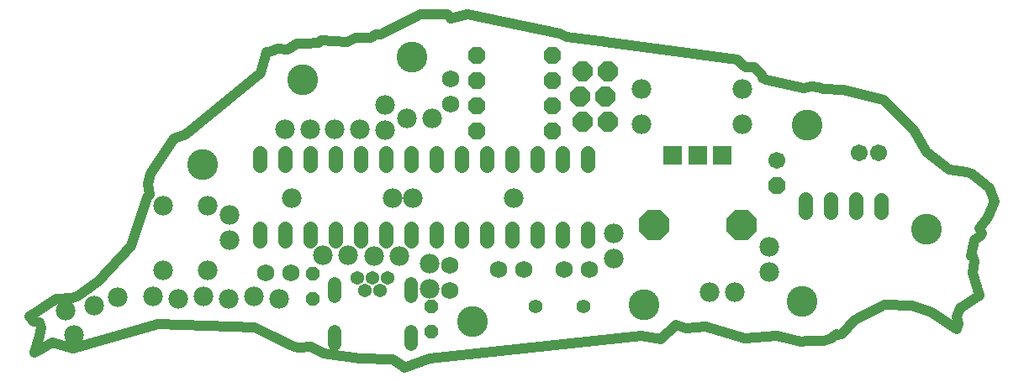
<source format=gbs>
G75*
%MOIN*%
%OFA0B0*%
%FSLAX25Y25*%
%IPPOS*%
%LPD*%
%AMOC8*
5,1,8,0,0,1.08239X$1,22.5*
%
%ADD10C,0.03937*%
%ADD11C,0.06900*%
%ADD12OC8,0.07800*%
%ADD13C,0.07800*%
%ADD14C,0.05600*%
%ADD15C,0.05600*%
%ADD16C,0.12211*%
%ADD17R,0.07800X0.07800*%
%ADD18OC8,0.12211*%
%ADD19OC8,0.06700*%
%ADD20C,0.06699*%
%ADD21C,0.06700*%
%ADD22OC8,0.05600*%
%ADD23C,0.05400*%
%ADD24C,0.05400*%
D10*
X0008771Y0034515D02*
X0012395Y0036356D01*
X0015808Y0038479D01*
X0024233Y0036008D01*
X0057872Y0045942D01*
X0096039Y0044369D01*
X0102228Y0041358D01*
X0111939Y0036882D01*
X0113708Y0036619D01*
X0118598Y0036712D01*
X0123467Y0034261D01*
X0137856Y0032202D01*
X0150764Y0031709D01*
X0154718Y0029078D01*
X0155374Y0028375D01*
X0165572Y0031988D01*
X0249621Y0041106D01*
X0256961Y0039781D01*
X0263107Y0045413D01*
X0266976Y0044210D01*
X0274740Y0044884D01*
X0290606Y0039964D01*
X0303067Y0041028D01*
X0312641Y0038948D01*
X0312727Y0038873D01*
X0314885Y0039146D01*
X0321861Y0039222D01*
X0324928Y0040062D01*
X0325434Y0040653D01*
X0326727Y0041670D01*
X0326816Y0041423D01*
X0328650Y0041907D01*
X0334188Y0047312D01*
X0345873Y0053438D01*
X0356817Y0053095D01*
X0364536Y0050442D01*
X0374524Y0043791D01*
X0375053Y0045778D01*
X0374453Y0048832D01*
X0375660Y0052207D01*
X0383539Y0056997D01*
X0380720Y0066120D01*
X0381549Y0070766D01*
X0380875Y0072851D01*
X0379966Y0072669D01*
X0381604Y0079242D01*
X0383858Y0080773D01*
X0384381Y0081953D01*
X0383416Y0083909D01*
X0386748Y0088278D01*
X0389604Y0094445D01*
X0387502Y0099819D01*
X0380446Y0105537D01*
X0378569Y0106249D01*
X0371360Y0107004D01*
X0362601Y0114024D01*
X0357615Y0122753D01*
X0345403Y0134756D01*
X0329386Y0138745D01*
X0321403Y0139159D01*
X0319932Y0139754D01*
X0316855Y0140261D01*
X0313816Y0139426D01*
X0298738Y0142801D01*
X0297589Y0143605D01*
X0297283Y0144690D01*
X0294231Y0147799D01*
X0290741Y0147881D01*
X0289356Y0148861D01*
X0287404Y0150934D01*
X0234996Y0157775D01*
X0233808Y0158022D01*
X0233356Y0158114D01*
X0233111Y0158155D01*
X0219625Y0159863D01*
X0217100Y0161211D01*
X0180388Y0168653D01*
X0173902Y0167110D01*
X0173800Y0167465D01*
X0172369Y0168838D01*
X0161872Y0168833D01*
X0146164Y0160869D01*
X0144207Y0160760D01*
X0142243Y0159516D01*
X0142114Y0159493D01*
X0140845Y0159522D01*
X0139613Y0159608D01*
X0136073Y0159324D01*
X0132653Y0157929D01*
X0122497Y0158481D01*
X0121550Y0157432D01*
X0121042Y0157535D01*
X0116351Y0157047D01*
X0112905Y0157205D01*
X0111724Y0156454D01*
X0110748Y0155651D01*
X0109904Y0154996D01*
X0109901Y0154998D01*
X0109233Y0154928D01*
X0105124Y0155142D01*
X0102678Y0154062D01*
X0100895Y0153682D01*
X0098510Y0145476D01*
X0068930Y0121202D01*
X0064241Y0119516D01*
X0054807Y0105464D01*
X0053750Y0101595D01*
X0054562Y0097178D01*
X0053395Y0095981D01*
X0047110Y0076876D01*
X0034112Y0062660D01*
X0025812Y0056845D01*
X0023608Y0056254D01*
X0017317Y0055950D01*
X0006765Y0048892D01*
X0008422Y0046661D01*
X0010658Y0046355D01*
X0011316Y0044610D01*
X0010956Y0041106D01*
X0008771Y0034515D01*
D11*
X0100555Y0066000D03*
X0110555Y0066000D03*
X0173547Y0069149D03*
X0173547Y0059149D03*
X0192919Y0067306D03*
X0202919Y0067306D03*
X0218788Y0067458D03*
X0228788Y0067458D03*
X0173941Y0133165D03*
X0173941Y0143165D03*
D12*
X0225231Y0136142D03*
X0235231Y0136142D03*
X0236231Y0126142D03*
X0226231Y0126142D03*
X0226231Y0146142D03*
X0236231Y0146142D03*
D13*
X0249453Y0139228D03*
X0249610Y0125055D03*
X0289610Y0125055D03*
X0289453Y0139228D03*
X0198950Y0095855D03*
X0158950Y0095855D03*
X0150870Y0095855D03*
X0110870Y0095855D03*
X0086146Y0088992D03*
X0077526Y0092737D03*
X0059726Y0092737D03*
X0086146Y0078992D03*
X0077526Y0067137D03*
X0059726Y0067137D03*
X0055831Y0056764D03*
X0065831Y0055764D03*
X0075831Y0056764D03*
X0085831Y0055764D03*
X0095831Y0056764D03*
X0105831Y0055764D03*
X0123002Y0073070D03*
X0133002Y0073070D03*
X0143312Y0072645D03*
X0153312Y0072645D03*
X0165552Y0069784D03*
X0165552Y0059784D03*
X0238508Y0071748D03*
X0238508Y0081748D03*
X0276599Y0058436D03*
X0286599Y0058436D03*
X0300078Y0066393D03*
X0300078Y0076393D03*
X0166343Y0127417D03*
X0156343Y0127417D03*
X0147957Y0122929D03*
X0137878Y0123086D03*
X0127878Y0123086D03*
X0118035Y0123086D03*
X0108035Y0123086D03*
X0147957Y0132929D03*
X0041922Y0056396D03*
X0032525Y0052975D03*
X0021151Y0051001D03*
X0024571Y0041604D03*
D14*
X0097989Y0078649D02*
X0097989Y0083849D01*
X0107989Y0083849D02*
X0107989Y0078649D01*
X0117989Y0078649D02*
X0117989Y0083849D01*
X0127989Y0083849D02*
X0127989Y0078649D01*
X0137989Y0078649D02*
X0137989Y0083849D01*
X0147989Y0083849D02*
X0147989Y0078649D01*
X0157989Y0078649D02*
X0157989Y0083849D01*
X0167989Y0083849D02*
X0167989Y0078649D01*
X0177989Y0078649D02*
X0177989Y0083849D01*
X0187989Y0083849D02*
X0187989Y0078649D01*
X0197989Y0078649D02*
X0197989Y0083849D01*
X0207989Y0083849D02*
X0207989Y0078649D01*
X0217989Y0078649D02*
X0217989Y0083849D01*
X0227989Y0083849D02*
X0227989Y0078649D01*
X0227989Y0108649D02*
X0227989Y0113849D01*
X0217989Y0113849D02*
X0217989Y0108649D01*
X0207989Y0108649D02*
X0207989Y0113849D01*
X0197989Y0113849D02*
X0197989Y0108649D01*
X0187989Y0108649D02*
X0187989Y0113849D01*
X0177989Y0113849D02*
X0177989Y0108649D01*
X0167989Y0108649D02*
X0167989Y0113849D01*
X0157989Y0113849D02*
X0157989Y0108649D01*
X0147989Y0108649D02*
X0147989Y0113849D01*
X0137989Y0113849D02*
X0137989Y0108649D01*
X0127989Y0108649D02*
X0127989Y0113849D01*
X0117989Y0113849D02*
X0117989Y0108649D01*
X0107989Y0108649D02*
X0107989Y0113849D01*
X0097989Y0113849D02*
X0097989Y0108649D01*
X0314585Y0095295D02*
X0314585Y0090095D01*
X0324585Y0090095D02*
X0324585Y0095295D01*
X0324607Y0095284D02*
X0324607Y0090084D01*
X0334585Y0090095D02*
X0334585Y0095295D01*
X0334607Y0095284D02*
X0334607Y0090084D01*
X0344607Y0090084D02*
X0344607Y0095284D01*
D15*
X0226503Y0052629D03*
X0207503Y0052629D03*
D16*
X0182587Y0046787D03*
X0250297Y0053506D03*
X0313107Y0054916D03*
X0362429Y0083336D03*
X0315184Y0124896D03*
X0158444Y0151744D03*
X0115002Y0142794D03*
X0075449Y0109150D03*
D17*
X0261853Y0112741D03*
X0271695Y0112741D03*
X0281538Y0112741D03*
D18*
X0289018Y0085182D03*
X0254373Y0085182D03*
D19*
X0303075Y0100764D03*
X0214042Y0122408D03*
X0214042Y0132408D03*
X0214042Y0142408D03*
X0214042Y0152408D03*
X0184042Y0152408D03*
X0184042Y0142408D03*
X0184042Y0132408D03*
X0184042Y0122408D03*
D20*
X0335704Y0113790D03*
X0343578Y0113790D03*
D21*
X0303075Y0110764D03*
D22*
X0166067Y0052890D03*
X0166067Y0042890D03*
X0119217Y0055882D03*
X0119217Y0065882D03*
D23*
X0127681Y0061744D02*
X0127681Y0056744D01*
X0127681Y0042744D02*
X0127681Y0037744D01*
X0157996Y0037744D02*
X0157996Y0042744D01*
X0157996Y0056744D02*
X0157996Y0061744D01*
D24*
X0148839Y0064244D03*
X0142839Y0064244D03*
X0145791Y0059244D03*
X0139886Y0059244D03*
X0136839Y0064244D03*
M02*

</source>
